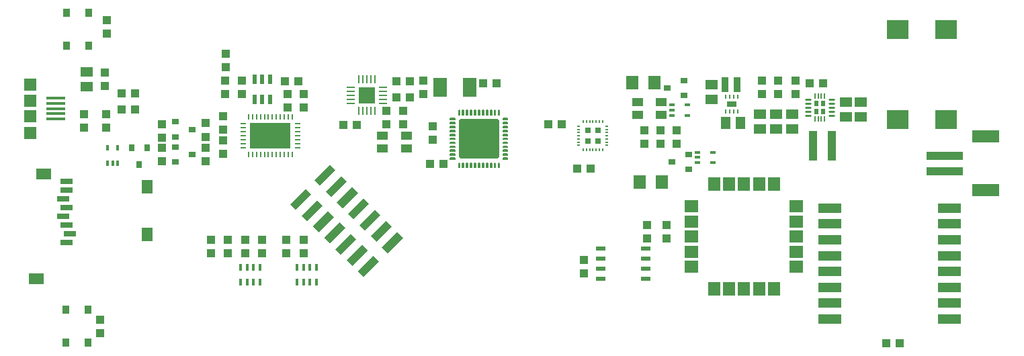
<source format=gtp>
G75*
%MOIN*%
%OFA0B0*%
%FSLAX25Y25*%
%IPPOS*%
%LPD*%
%AMOC8*
5,1,8,0,0,1.08239X$1,22.5*
%
%ADD10R,0.04331X0.03937*%
%ADD11R,0.05906X0.05118*%
%ADD12R,0.05118X0.05906*%
%ADD13R,0.06299X0.07087*%
%ADD14R,0.18110X0.03937*%
%ADD15R,0.13386X0.06299*%
%ADD16R,0.03543X0.03150*%
%ADD17R,0.03150X0.03543*%
%ADD18R,0.04724X0.02362*%
%ADD19R,0.07480X0.05512*%
%ADD20R,0.05512X0.07087*%
%ADD21R,0.05906X0.02756*%
%ADD22R,0.00984X0.01969*%
%ADD23R,0.05118X0.02756*%
%ADD24R,0.00984X0.02756*%
%ADD25R,0.02756X0.00984*%
%ADD26R,0.20472X0.12598*%
%ADD27R,0.11811X0.04724*%
%ADD28R,0.02608X0.02608*%
%ADD29R,0.00787X0.01772*%
%ADD30R,0.01772X0.00787*%
%ADD31R,0.11024X0.09449*%
%ADD32R,0.03937X0.04331*%
%ADD33R,0.03858X0.14567*%
%ADD34R,0.05906X0.07087*%
%ADD35R,0.07087X0.05906*%
%ADD36C,0.00591*%
%ADD37C,0.01969*%
%ADD38R,0.03199X0.04134*%
%ADD39R,0.02165X0.04724*%
%ADD40R,0.01600X0.03200*%
%ADD41R,0.00984X0.03937*%
%ADD42R,0.03937X0.00984*%
%ADD43R,0.07874X0.07874*%
%ADD44R,0.09252X0.01772*%
%ADD45R,0.06102X0.05906*%
%ADD46R,0.06693X0.09449*%
%ADD47R,0.05512X0.04331*%
%ADD48R,0.03937X0.10827*%
%ADD49R,0.03346X0.07480*%
%ADD50R,0.02362X0.03150*%
%ADD51C,0.01102*%
%ADD52R,0.00906X0.03150*%
%ADD53R,0.03150X0.01378*%
%ADD54R,0.01378X0.03150*%
D10*
X0057119Y0022654D03*
X0057119Y0029346D03*
X0112119Y0062154D03*
X0120619Y0062154D03*
X0129119Y0062154D03*
X0137619Y0062154D03*
X0149619Y0062154D03*
X0158119Y0062154D03*
X0158119Y0068846D03*
X0149619Y0068846D03*
X0137619Y0068846D03*
X0129119Y0068846D03*
X0120619Y0068846D03*
X0112119Y0068846D03*
X0109369Y0107779D03*
X0118119Y0111654D03*
X0109369Y0114471D03*
X0109369Y0120029D03*
X0118119Y0118346D03*
X0118119Y0123654D03*
X0109369Y0126721D03*
X0118119Y0130346D03*
X0087869Y0126346D03*
X0087869Y0119654D03*
X0087869Y0114471D03*
X0087869Y0107779D03*
X0150119Y0134404D03*
X0158119Y0134404D03*
X0158119Y0141096D03*
X0150119Y0141096D03*
X0148772Y0147500D03*
X0155465Y0147500D03*
X0199119Y0132846D03*
X0207619Y0132846D03*
X0207619Y0126154D03*
X0199119Y0126154D03*
X0184465Y0126000D03*
X0177772Y0126000D03*
X0247272Y0146500D03*
X0253965Y0146500D03*
X0327119Y0123346D03*
X0335119Y0123346D03*
X0343119Y0123346D03*
X0343119Y0116654D03*
X0335119Y0116654D03*
X0327119Y0116654D03*
X0385369Y0141154D03*
X0393619Y0141154D03*
X0409272Y0146500D03*
X0415965Y0146500D03*
X0393619Y0147846D03*
X0385369Y0147846D03*
X0338119Y0076346D03*
X0328619Y0076346D03*
X0328619Y0069654D03*
X0338119Y0069654D03*
X0447022Y0017375D03*
X0453715Y0017375D03*
X0060619Y0171154D03*
X0060619Y0177846D03*
D11*
X0050619Y0152240D03*
X0050619Y0144760D03*
X0360619Y0145990D03*
X0360619Y0138510D03*
X0384619Y0131240D03*
X0392619Y0131240D03*
X0400619Y0131240D03*
X0400619Y0123760D03*
X0392619Y0123760D03*
X0384619Y0123760D03*
X0427119Y0129760D03*
X0434619Y0129760D03*
X0434619Y0137240D03*
X0427119Y0137240D03*
D12*
X0374859Y0126750D03*
X0367379Y0126750D03*
D13*
X0332131Y0146750D03*
X0321107Y0146750D03*
X0324857Y0097500D03*
X0335881Y0097500D03*
D14*
X0476114Y0102813D03*
X0476114Y0110687D03*
D15*
X0496587Y0120136D03*
X0496587Y0093364D03*
D16*
X0349056Y0103760D03*
X0340788Y0107500D03*
X0349056Y0111240D03*
X0346806Y0140510D03*
X0338538Y0144250D03*
X0346806Y0147990D03*
X0102824Y0123625D03*
X0094557Y0119885D03*
X0094432Y0114865D03*
X0102699Y0111125D03*
X0094432Y0107385D03*
X0094557Y0127365D03*
D17*
X0080359Y0114437D03*
X0072879Y0114437D03*
X0076619Y0106169D03*
D18*
X0305595Y0064500D03*
X0305595Y0059500D03*
X0305595Y0054500D03*
X0305595Y0049500D03*
X0327642Y0049500D03*
X0327642Y0054500D03*
X0327642Y0059500D03*
X0327642Y0064500D03*
D19*
X0029062Y0101425D03*
X0025518Y0049457D03*
D20*
X0080636Y0071504D03*
X0080636Y0095126D03*
D21*
X0040479Y0093551D03*
X0040479Y0097882D03*
X0038904Y0089220D03*
X0040479Y0084890D03*
X0038904Y0080559D03*
X0040479Y0076228D03*
X0042054Y0071898D03*
X0040479Y0067567D03*
D22*
X0367416Y0132510D03*
X0369384Y0132510D03*
X0371353Y0132510D03*
X0373321Y0132510D03*
X0373321Y0139990D03*
X0371353Y0139990D03*
X0369384Y0139990D03*
X0367416Y0139990D03*
D23*
X0370369Y0136250D03*
D24*
X0152446Y0129949D03*
X0150477Y0129949D03*
X0148509Y0129949D03*
X0146540Y0129949D03*
X0144571Y0129949D03*
X0142603Y0129949D03*
X0140634Y0129949D03*
X0138666Y0129949D03*
X0136697Y0129949D03*
X0134729Y0129949D03*
X0132760Y0129949D03*
X0130792Y0129949D03*
X0130792Y0111051D03*
X0132760Y0111051D03*
X0134729Y0111051D03*
X0136697Y0111051D03*
X0138666Y0111051D03*
X0140634Y0111051D03*
X0142603Y0111051D03*
X0144571Y0111051D03*
X0146540Y0111051D03*
X0148509Y0111051D03*
X0150477Y0111051D03*
X0152446Y0111051D03*
D25*
X0155005Y0114594D03*
X0155005Y0116563D03*
X0155005Y0118531D03*
X0155005Y0120500D03*
X0155005Y0122469D03*
X0155005Y0124437D03*
X0155005Y0126406D03*
X0128233Y0126406D03*
X0128233Y0124437D03*
X0128233Y0122469D03*
X0128233Y0120500D03*
X0128233Y0118531D03*
X0128233Y0116563D03*
X0128233Y0114594D03*
D26*
X0141619Y0120500D03*
D27*
X0419279Y0084622D03*
X0419279Y0076748D03*
X0419279Y0068874D03*
X0419279Y0061000D03*
X0419279Y0053125D03*
X0419279Y0045251D03*
X0419279Y0037377D03*
X0419279Y0029503D03*
X0478334Y0029503D03*
X0478334Y0037377D03*
X0478334Y0045251D03*
X0478334Y0053125D03*
X0478334Y0061000D03*
X0478334Y0068874D03*
X0478334Y0076748D03*
X0478334Y0084622D03*
D28*
X0304227Y0117892D03*
X0299010Y0117892D03*
X0299010Y0123108D03*
X0304227Y0123108D03*
D29*
X0304768Y0127488D03*
X0303194Y0127488D03*
X0301619Y0127488D03*
X0300044Y0127488D03*
X0298469Y0127488D03*
X0296894Y0127488D03*
X0306343Y0127488D03*
X0306343Y0113512D03*
X0304768Y0113512D03*
X0303194Y0113512D03*
X0301619Y0113512D03*
X0300044Y0113512D03*
X0298469Y0113512D03*
X0296894Y0113512D03*
D30*
X0294631Y0115776D03*
X0294631Y0117350D03*
X0294631Y0118925D03*
X0294631Y0120500D03*
X0294631Y0122075D03*
X0294631Y0123650D03*
X0294631Y0125224D03*
X0308607Y0125224D03*
X0308607Y0123650D03*
X0308607Y0122075D03*
X0308607Y0120500D03*
X0308607Y0118925D03*
X0308607Y0117350D03*
X0308607Y0115776D03*
D31*
X0452915Y0128372D03*
X0476931Y0128372D03*
X0476931Y0173253D03*
X0452915Y0173253D03*
D32*
X0402119Y0147846D03*
X0402119Y0141154D03*
X0300590Y0104250D03*
X0293897Y0104250D03*
X0286215Y0126125D03*
X0279522Y0126125D03*
X0222119Y0125346D03*
X0222119Y0118654D03*
X0220772Y0106500D03*
X0227465Y0106500D03*
X0217619Y0141154D03*
X0210965Y0139500D03*
X0204272Y0139500D03*
X0204272Y0147500D03*
X0210965Y0147500D03*
X0217619Y0147846D03*
X0127619Y0147846D03*
X0119119Y0147846D03*
X0119369Y0154529D03*
X0119369Y0161221D03*
X0074465Y0141500D03*
X0067772Y0141500D03*
X0059619Y0145154D03*
X0059619Y0151846D03*
X0067772Y0133500D03*
X0074465Y0133500D03*
X0060119Y0131346D03*
X0049119Y0131346D03*
X0049119Y0124654D03*
X0060119Y0124654D03*
X0119119Y0141154D03*
X0127619Y0141154D03*
X0297119Y0058846D03*
X0297119Y0052154D03*
D33*
X0410953Y0115500D03*
X0420284Y0115500D03*
D34*
X0391579Y0096484D03*
X0384099Y0096484D03*
X0376619Y0096484D03*
X0369138Y0096484D03*
X0361658Y0096484D03*
X0361658Y0044516D03*
X0369138Y0044516D03*
X0376619Y0044516D03*
X0384099Y0044516D03*
X0391579Y0044516D03*
D35*
X0402603Y0055539D03*
X0402603Y0063020D03*
X0402603Y0070500D03*
X0402603Y0077980D03*
X0402603Y0085461D03*
X0350634Y0085461D03*
X0350634Y0077980D03*
X0350634Y0070500D03*
X0350634Y0063020D03*
X0350634Y0055539D03*
D36*
X0254666Y0104826D02*
X0254666Y0106992D01*
X0255256Y0106992D01*
X0255256Y0104826D01*
X0254666Y0104826D01*
X0254666Y0105416D02*
X0255256Y0105416D01*
X0255256Y0106006D02*
X0254666Y0106006D01*
X0254666Y0106596D02*
X0255256Y0106596D01*
X0252698Y0106992D02*
X0252698Y0104826D01*
X0252698Y0106992D02*
X0253288Y0106992D01*
X0253288Y0104826D01*
X0252698Y0104826D01*
X0252698Y0105416D02*
X0253288Y0105416D01*
X0253288Y0106006D02*
X0252698Y0106006D01*
X0252698Y0106596D02*
X0253288Y0106596D01*
X0250729Y0106992D02*
X0250729Y0104826D01*
X0250729Y0106992D02*
X0251319Y0106992D01*
X0251319Y0104826D01*
X0250729Y0104826D01*
X0250729Y0105416D02*
X0251319Y0105416D01*
X0251319Y0106006D02*
X0250729Y0106006D01*
X0250729Y0106596D02*
X0251319Y0106596D01*
X0248761Y0106992D02*
X0248761Y0104826D01*
X0248761Y0106992D02*
X0249351Y0106992D01*
X0249351Y0104826D01*
X0248761Y0104826D01*
X0248761Y0105416D02*
X0249351Y0105416D01*
X0249351Y0106006D02*
X0248761Y0106006D01*
X0248761Y0106596D02*
X0249351Y0106596D01*
X0246792Y0106992D02*
X0246792Y0104826D01*
X0246792Y0106992D02*
X0247382Y0106992D01*
X0247382Y0104826D01*
X0246792Y0104826D01*
X0246792Y0105416D02*
X0247382Y0105416D01*
X0247382Y0106006D02*
X0246792Y0106006D01*
X0246792Y0106596D02*
X0247382Y0106596D01*
X0244824Y0106992D02*
X0244824Y0104826D01*
X0244824Y0106992D02*
X0245414Y0106992D01*
X0245414Y0104826D01*
X0244824Y0104826D01*
X0244824Y0105416D02*
X0245414Y0105416D01*
X0245414Y0106006D02*
X0244824Y0106006D01*
X0244824Y0106596D02*
X0245414Y0106596D01*
X0242855Y0106992D02*
X0242855Y0104826D01*
X0242855Y0106992D02*
X0243445Y0106992D01*
X0243445Y0104826D01*
X0242855Y0104826D01*
X0242855Y0105416D02*
X0243445Y0105416D01*
X0243445Y0106006D02*
X0242855Y0106006D01*
X0242855Y0106596D02*
X0243445Y0106596D01*
X0240887Y0106992D02*
X0240887Y0104826D01*
X0240887Y0106992D02*
X0241477Y0106992D01*
X0241477Y0104826D01*
X0240887Y0104826D01*
X0240887Y0105416D02*
X0241477Y0105416D01*
X0241477Y0106006D02*
X0240887Y0106006D01*
X0240887Y0106596D02*
X0241477Y0106596D01*
X0238918Y0106992D02*
X0238918Y0104826D01*
X0238918Y0106992D02*
X0239508Y0106992D01*
X0239508Y0104826D01*
X0238918Y0104826D01*
X0238918Y0105416D02*
X0239508Y0105416D01*
X0239508Y0106006D02*
X0238918Y0106006D01*
X0238918Y0106596D02*
X0239508Y0106596D01*
X0236950Y0106992D02*
X0236950Y0104826D01*
X0236950Y0106992D02*
X0237540Y0106992D01*
X0237540Y0104826D01*
X0236950Y0104826D01*
X0236950Y0105416D02*
X0237540Y0105416D01*
X0237540Y0106006D02*
X0236950Y0106006D01*
X0236950Y0106596D02*
X0237540Y0106596D01*
X0234981Y0106992D02*
X0234981Y0104826D01*
X0234981Y0106992D02*
X0235571Y0106992D01*
X0235571Y0104826D01*
X0234981Y0104826D01*
X0234981Y0105416D02*
X0235571Y0105416D01*
X0235571Y0106006D02*
X0234981Y0106006D01*
X0234981Y0106596D02*
X0235571Y0106596D01*
X0230945Y0108862D02*
X0230945Y0109452D01*
X0233111Y0109452D01*
X0233111Y0108862D01*
X0230945Y0108862D01*
X0230945Y0109452D02*
X0233111Y0109452D01*
X0230945Y0110831D02*
X0230945Y0111421D01*
X0233111Y0111421D01*
X0233111Y0110831D01*
X0230945Y0110831D01*
X0230945Y0111421D02*
X0233111Y0111421D01*
X0230945Y0112799D02*
X0230945Y0113389D01*
X0233111Y0113389D01*
X0233111Y0112799D01*
X0230945Y0112799D01*
X0230945Y0113389D02*
X0233111Y0113389D01*
X0230945Y0114768D02*
X0230945Y0115358D01*
X0233111Y0115358D01*
X0233111Y0114768D01*
X0230945Y0114768D01*
X0230945Y0115358D02*
X0233111Y0115358D01*
X0230945Y0116736D02*
X0230945Y0117326D01*
X0233111Y0117326D01*
X0233111Y0116736D01*
X0230945Y0116736D01*
X0230945Y0117326D02*
X0233111Y0117326D01*
X0230945Y0118705D02*
X0230945Y0119295D01*
X0233111Y0119295D01*
X0233111Y0118705D01*
X0230945Y0118705D01*
X0230945Y0119295D02*
X0233111Y0119295D01*
X0230945Y0120674D02*
X0230945Y0121264D01*
X0233111Y0121264D01*
X0233111Y0120674D01*
X0230945Y0120674D01*
X0230945Y0121264D02*
X0233111Y0121264D01*
X0230945Y0122642D02*
X0230945Y0123232D01*
X0233111Y0123232D01*
X0233111Y0122642D01*
X0230945Y0122642D01*
X0230945Y0123232D02*
X0233111Y0123232D01*
X0230945Y0124611D02*
X0230945Y0125201D01*
X0233111Y0125201D01*
X0233111Y0124611D01*
X0230945Y0124611D01*
X0230945Y0125201D02*
X0233111Y0125201D01*
X0230945Y0126579D02*
X0230945Y0127169D01*
X0233111Y0127169D01*
X0233111Y0126579D01*
X0230945Y0126579D01*
X0230945Y0127169D02*
X0233111Y0127169D01*
X0230945Y0128548D02*
X0230945Y0129138D01*
X0233111Y0129138D01*
X0233111Y0128548D01*
X0230945Y0128548D01*
X0230945Y0129138D02*
X0233111Y0129138D01*
X0234981Y0131008D02*
X0234981Y0133174D01*
X0235571Y0133174D01*
X0235571Y0131008D01*
X0234981Y0131008D01*
X0234981Y0131598D02*
X0235571Y0131598D01*
X0235571Y0132188D02*
X0234981Y0132188D01*
X0234981Y0132778D02*
X0235571Y0132778D01*
X0236950Y0133174D02*
X0236950Y0131008D01*
X0236950Y0133174D02*
X0237540Y0133174D01*
X0237540Y0131008D01*
X0236950Y0131008D01*
X0236950Y0131598D02*
X0237540Y0131598D01*
X0237540Y0132188D02*
X0236950Y0132188D01*
X0236950Y0132778D02*
X0237540Y0132778D01*
X0238918Y0133174D02*
X0238918Y0131008D01*
X0238918Y0133174D02*
X0239508Y0133174D01*
X0239508Y0131008D01*
X0238918Y0131008D01*
X0238918Y0131598D02*
X0239508Y0131598D01*
X0239508Y0132188D02*
X0238918Y0132188D01*
X0238918Y0132778D02*
X0239508Y0132778D01*
X0240887Y0133174D02*
X0240887Y0131008D01*
X0240887Y0133174D02*
X0241477Y0133174D01*
X0241477Y0131008D01*
X0240887Y0131008D01*
X0240887Y0131598D02*
X0241477Y0131598D01*
X0241477Y0132188D02*
X0240887Y0132188D01*
X0240887Y0132778D02*
X0241477Y0132778D01*
X0242855Y0133174D02*
X0242855Y0131008D01*
X0242855Y0133174D02*
X0243445Y0133174D01*
X0243445Y0131008D01*
X0242855Y0131008D01*
X0242855Y0131598D02*
X0243445Y0131598D01*
X0243445Y0132188D02*
X0242855Y0132188D01*
X0242855Y0132778D02*
X0243445Y0132778D01*
X0244824Y0133174D02*
X0244824Y0131008D01*
X0244824Y0133174D02*
X0245414Y0133174D01*
X0245414Y0131008D01*
X0244824Y0131008D01*
X0244824Y0131598D02*
X0245414Y0131598D01*
X0245414Y0132188D02*
X0244824Y0132188D01*
X0244824Y0132778D02*
X0245414Y0132778D01*
X0246792Y0133174D02*
X0246792Y0131008D01*
X0246792Y0133174D02*
X0247382Y0133174D01*
X0247382Y0131008D01*
X0246792Y0131008D01*
X0246792Y0131598D02*
X0247382Y0131598D01*
X0247382Y0132188D02*
X0246792Y0132188D01*
X0246792Y0132778D02*
X0247382Y0132778D01*
X0248761Y0133174D02*
X0248761Y0131008D01*
X0248761Y0133174D02*
X0249351Y0133174D01*
X0249351Y0131008D01*
X0248761Y0131008D01*
X0248761Y0131598D02*
X0249351Y0131598D01*
X0249351Y0132188D02*
X0248761Y0132188D01*
X0248761Y0132778D02*
X0249351Y0132778D01*
X0250729Y0133174D02*
X0250729Y0131008D01*
X0250729Y0133174D02*
X0251319Y0133174D01*
X0251319Y0131008D01*
X0250729Y0131008D01*
X0250729Y0131598D02*
X0251319Y0131598D01*
X0251319Y0132188D02*
X0250729Y0132188D01*
X0250729Y0132778D02*
X0251319Y0132778D01*
X0252698Y0133174D02*
X0252698Y0131008D01*
X0252698Y0133174D02*
X0253288Y0133174D01*
X0253288Y0131008D01*
X0252698Y0131008D01*
X0252698Y0131598D02*
X0253288Y0131598D01*
X0253288Y0132188D02*
X0252698Y0132188D01*
X0252698Y0132778D02*
X0253288Y0132778D01*
X0254666Y0133174D02*
X0254666Y0131008D01*
X0254666Y0133174D02*
X0255256Y0133174D01*
X0255256Y0131008D01*
X0254666Y0131008D01*
X0254666Y0131598D02*
X0255256Y0131598D01*
X0255256Y0132188D02*
X0254666Y0132188D01*
X0254666Y0132778D02*
X0255256Y0132778D01*
X0257126Y0129138D02*
X0257126Y0128548D01*
X0257126Y0129138D02*
X0259292Y0129138D01*
X0259292Y0128548D01*
X0257126Y0128548D01*
X0257126Y0129138D02*
X0259292Y0129138D01*
X0257126Y0127169D02*
X0257126Y0126579D01*
X0257126Y0127169D02*
X0259292Y0127169D01*
X0259292Y0126579D01*
X0257126Y0126579D01*
X0257126Y0127169D02*
X0259292Y0127169D01*
X0257126Y0125201D02*
X0257126Y0124611D01*
X0257126Y0125201D02*
X0259292Y0125201D01*
X0259292Y0124611D01*
X0257126Y0124611D01*
X0257126Y0125201D02*
X0259292Y0125201D01*
X0257126Y0123232D02*
X0257126Y0122642D01*
X0257126Y0123232D02*
X0259292Y0123232D01*
X0259292Y0122642D01*
X0257126Y0122642D01*
X0257126Y0123232D02*
X0259292Y0123232D01*
X0257126Y0121264D02*
X0257126Y0120674D01*
X0257126Y0121264D02*
X0259292Y0121264D01*
X0259292Y0120674D01*
X0257126Y0120674D01*
X0257126Y0121264D02*
X0259292Y0121264D01*
X0257126Y0119295D02*
X0257126Y0118705D01*
X0257126Y0119295D02*
X0259292Y0119295D01*
X0259292Y0118705D01*
X0257126Y0118705D01*
X0257126Y0119295D02*
X0259292Y0119295D01*
X0257126Y0117326D02*
X0257126Y0116736D01*
X0257126Y0117326D02*
X0259292Y0117326D01*
X0259292Y0116736D01*
X0257126Y0116736D01*
X0257126Y0117326D02*
X0259292Y0117326D01*
X0257126Y0115358D02*
X0257126Y0114768D01*
X0257126Y0115358D02*
X0259292Y0115358D01*
X0259292Y0114768D01*
X0257126Y0114768D01*
X0257126Y0115358D02*
X0259292Y0115358D01*
X0257126Y0113389D02*
X0257126Y0112799D01*
X0257126Y0113389D02*
X0259292Y0113389D01*
X0259292Y0112799D01*
X0257126Y0112799D01*
X0257126Y0113389D02*
X0259292Y0113389D01*
X0257126Y0111421D02*
X0257126Y0110831D01*
X0257126Y0111421D02*
X0259292Y0111421D01*
X0259292Y0110831D01*
X0257126Y0110831D01*
X0257126Y0111421D02*
X0259292Y0111421D01*
X0257126Y0109452D02*
X0257126Y0108862D01*
X0257126Y0109452D02*
X0259292Y0109452D01*
X0259292Y0108862D01*
X0257126Y0108862D01*
X0257126Y0109452D02*
X0259292Y0109452D01*
D37*
X0236261Y0110142D02*
X0236261Y0127858D01*
X0253977Y0127858D01*
X0253977Y0110142D01*
X0236261Y0110142D01*
X0236261Y0112110D02*
X0253977Y0112110D01*
X0253977Y0114078D02*
X0236261Y0114078D01*
X0236261Y0116046D02*
X0253977Y0116046D01*
X0253977Y0118014D02*
X0236261Y0118014D01*
X0236261Y0119982D02*
X0253977Y0119982D01*
X0253977Y0121950D02*
X0236261Y0121950D01*
X0236261Y0123918D02*
X0253977Y0123918D01*
X0253977Y0125886D02*
X0236261Y0125886D01*
X0236261Y0127854D02*
X0253977Y0127854D01*
D38*
X0040107Y0017831D03*
X0051131Y0017831D03*
X0051131Y0034169D03*
X0040107Y0034169D03*
X0040607Y0165331D03*
X0051631Y0165331D03*
X0051631Y0181669D03*
X0040607Y0181669D03*
D39*
X0133879Y0148618D03*
X0137619Y0148618D03*
X0141359Y0148618D03*
X0141359Y0138382D03*
X0137619Y0138382D03*
X0133879Y0138382D03*
D40*
X0133194Y0055043D03*
X0136343Y0055043D03*
X0130044Y0055043D03*
X0126894Y0055043D03*
X0126894Y0047957D03*
X0130044Y0047957D03*
X0133194Y0047957D03*
X0136343Y0047957D03*
X0154894Y0047957D03*
X0158044Y0047957D03*
X0161194Y0047957D03*
X0164343Y0047957D03*
X0164343Y0055043D03*
X0161194Y0055043D03*
X0158044Y0055043D03*
X0154894Y0055043D03*
D41*
X0185556Y0132752D03*
X0187524Y0132752D03*
X0189493Y0132752D03*
X0191461Y0132752D03*
X0193430Y0132752D03*
X0193430Y0148500D03*
X0191461Y0148500D03*
X0189493Y0148500D03*
X0187524Y0148500D03*
X0185556Y0148500D03*
D42*
X0181619Y0144563D03*
X0181619Y0142594D03*
X0181619Y0140626D03*
X0181619Y0138657D03*
X0181619Y0136689D03*
X0197367Y0136689D03*
X0197367Y0138657D03*
X0197367Y0140626D03*
X0197367Y0142594D03*
X0197367Y0144563D03*
D43*
X0189493Y0140626D03*
D44*
X0035119Y0139118D03*
X0035119Y0136559D03*
X0035119Y0134000D03*
X0035119Y0131441D03*
X0035119Y0128882D03*
D45*
X0022619Y0130063D03*
X0022619Y0137937D03*
X0022619Y0146008D03*
X0022619Y0121992D03*
D46*
X0225835Y0144500D03*
X0240402Y0144500D03*
D47*
X0209024Y0120650D03*
X0197213Y0120650D03*
X0197213Y0114350D03*
X0209024Y0114350D03*
X0323713Y0130850D03*
X0323713Y0137150D03*
X0335524Y0137150D03*
X0335524Y0130850D03*
D48*
G36*
X0193400Y0083929D02*
X0196184Y0081145D01*
X0188530Y0073491D01*
X0185746Y0076275D01*
X0193400Y0083929D01*
G37*
G36*
X0187832Y0089497D02*
X0190616Y0086713D01*
X0182962Y0079059D01*
X0180178Y0081843D01*
X0187832Y0089497D01*
G37*
G36*
X0177394Y0084627D02*
X0174610Y0087411D01*
X0182264Y0095065D01*
X0185048Y0092281D01*
X0177394Y0084627D01*
G37*
G36*
X0164726Y0088662D02*
X0167510Y0085878D01*
X0159856Y0078224D01*
X0157072Y0081008D01*
X0164726Y0088662D01*
G37*
G36*
X0159158Y0094230D02*
X0161942Y0091446D01*
X0154288Y0083792D01*
X0151504Y0086576D01*
X0159158Y0094230D01*
G37*
G36*
X0171129Y0106201D02*
X0173913Y0103417D01*
X0166259Y0095763D01*
X0163475Y0098547D01*
X0171129Y0106201D01*
G37*
G36*
X0176696Y0100633D02*
X0179480Y0097849D01*
X0171826Y0090195D01*
X0169042Y0092979D01*
X0176696Y0100633D01*
G37*
G36*
X0165424Y0072656D02*
X0162640Y0075440D01*
X0170294Y0083094D01*
X0173078Y0080310D01*
X0165424Y0072656D01*
G37*
G36*
X0175861Y0077527D02*
X0178645Y0074743D01*
X0170991Y0067089D01*
X0168207Y0069873D01*
X0175861Y0077527D01*
G37*
G36*
X0198968Y0078362D02*
X0201752Y0075578D01*
X0194098Y0067924D01*
X0191314Y0070708D01*
X0198968Y0078362D01*
G37*
G36*
X0204535Y0072794D02*
X0207319Y0070010D01*
X0199665Y0062356D01*
X0196881Y0065140D01*
X0204535Y0072794D01*
G37*
G36*
X0181429Y0071959D02*
X0184213Y0069175D01*
X0176559Y0061521D01*
X0173775Y0064305D01*
X0181429Y0071959D01*
G37*
G36*
X0186997Y0066391D02*
X0189781Y0063607D01*
X0182127Y0055953D01*
X0179343Y0058737D01*
X0186997Y0066391D01*
G37*
G36*
X0192565Y0060823D02*
X0195349Y0058039D01*
X0187695Y0050385D01*
X0184911Y0053169D01*
X0192565Y0060823D01*
G37*
D49*
X0367264Y0146000D03*
X0372973Y0146000D03*
D50*
X0412544Y0136469D03*
X0415694Y0136469D03*
X0415694Y0132531D03*
X0412544Y0132531D03*
D51*
X0409434Y0132531D02*
X0407190Y0132531D01*
X0407190Y0130563D02*
X0409434Y0130563D01*
X0409434Y0134500D02*
X0407190Y0134500D01*
X0407190Y0136469D02*
X0409434Y0136469D01*
X0409434Y0138437D02*
X0407190Y0138437D01*
X0418804Y0138437D02*
X0421048Y0138437D01*
X0421048Y0136469D02*
X0418804Y0136469D01*
X0418804Y0134500D02*
X0421048Y0134500D01*
X0421048Y0132531D02*
X0418804Y0132531D01*
X0418804Y0130563D02*
X0421048Y0130563D01*
D52*
X0416481Y0128752D03*
X0414906Y0128752D03*
X0413331Y0128752D03*
X0411757Y0128752D03*
X0411757Y0140248D03*
X0413331Y0140248D03*
X0414906Y0140248D03*
X0416481Y0140248D03*
D53*
X0348359Y0135809D03*
X0340879Y0135809D03*
X0340879Y0133250D03*
X0340879Y0130691D03*
X0348359Y0130691D03*
X0353629Y0112309D03*
X0353629Y0109750D03*
X0353629Y0107191D03*
X0361109Y0107191D03*
X0361109Y0112309D03*
D54*
X0065928Y0114490D03*
X0060810Y0114490D03*
X0060810Y0107010D03*
X0063369Y0107010D03*
X0065928Y0107010D03*
M02*

</source>
